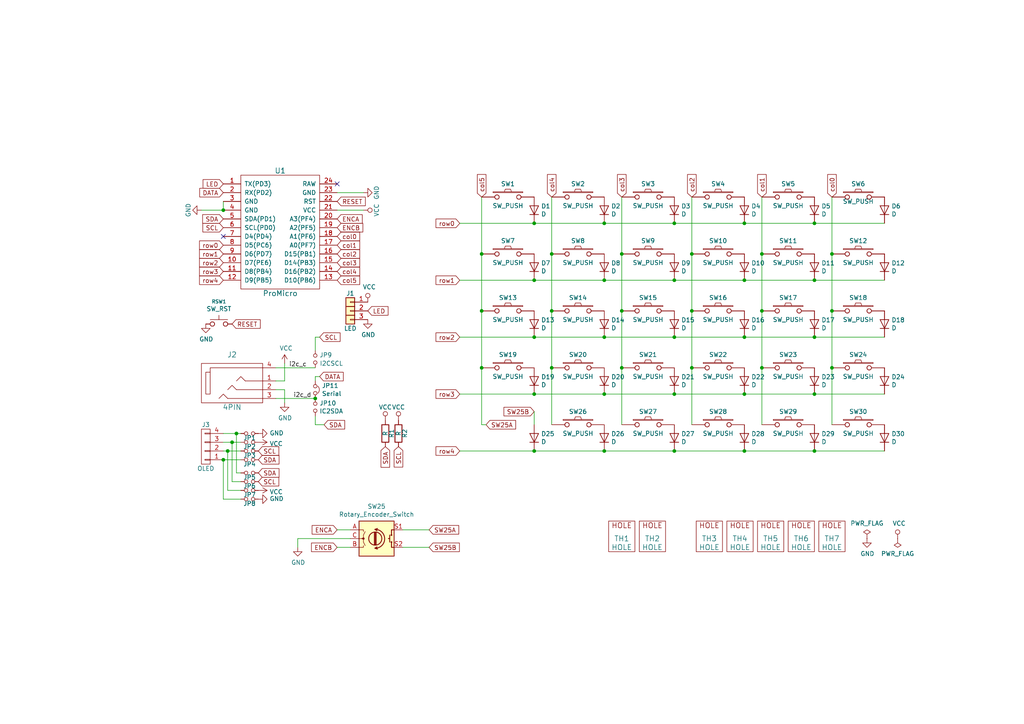
<source format=kicad_sch>
(kicad_sch (version 20230121) (generator eeschema)
  (paper "A4")
  (lib_symbols
    (symbol "SofleKeyboard-rescue:D-Lily58-cache-Lily58_Pro-rescue" (pin_numbers hide) (pin_names (offset 1.016) hide)
      (property "Reference" "D" (at 0 2.54 0))
      (property "Value" "D-Lily58-cache-Lily58_Pro-rescue" (at 0 -2.54 0))
      (symbol "D-Lily58-cache-Lily58_Pro-rescue_1_1"
        (pin passive line (at -3.81 0 0) (length 2.54) (name "K") (number "1"))
        (pin passive line (at 3.81 0 180) (length 2.54) (name "A") (number "2"))
      )
    )
    (symbol "SofleKeyboard-rescue:GND-Lily58-cache-Lily58_Pro-rescue" (power) (pin_names (offset 0))
      (property "Value" "GND-Lily58-cache-Lily58_Pro-rescue" (at 0 -3.81 0))
      (symbol "GND-Lily58-cache-Lily58_Pro-rescue_1_1"
        (pin power_in line (at 0 0 0) (length 0) hide (name "GND") (number "1"))
      )
    )
    (symbol "SofleKeyboard-rescue:HOLE-Lily58-cache-Lily58_Pro-rescue" (pin_names (offset 1.016))
      (property "Reference" "U" (at 0 0 0))
      (property "Value" "HOLE-Lily58-cache-Lily58_Pro-rescue" (at 0 -5.08 0))
      (symbol "HOLE-Lily58-cache-Lily58_Pro-rescue_0_0"
        (text "HOLE" (at 0 3.81 0) (effects (font (size 1.524 1.524))))
      )
    )
    (symbol "SofleKeyboard-rescue:Jumper_NC_Small-Device" (pin_numbers hide) (pin_names (offset 0.762) hide)
      (property "Reference" "JP" (at 0 2.032 0))
      (property "Value" "Device_Jumper_NC_Small" (at 0.254 -1.524 0))
      (symbol "Jumper_NC_Small-Device_0_1"
        (pin passive line (at -2.54 0 0) (length 1.016) (name "1") (number "1"))
        (pin passive line (at 2.54 0 180) (length 1.016) (name "2") (number "2"))
      )
    )
    (symbol "SofleKeyboard-rescue:Jumper_NO_Small-Device" (pin_numbers hide) (pin_names (offset 0.762) hide)
      (property "Reference" "JP" (at 0 2.032 0))
      (property "Value" "Device_Jumper_NO_Small" (at 0.254 -1.524 0))
      (symbol "Jumper_NO_Small-Device_0_1"
        (pin passive line (at -2.54 0 0) (length 1.016) (name "1") (number "1"))
        (pin passive line (at 2.54 0 180) (length 1.016) (name "2") (number "2"))
      )
    )
    (symbol "SofleKeyboard-rescue:LED-Lily58-cache-Lily58_Pro-rescue" (pin_names (offset 1.016) hide)
      (property "Reference" "J" (at 0 5.08 0))
      (property "Value" "LED-Lily58-cache-Lily58_Pro-rescue" (at 0 -5.08 0))
      (symbol "LED-Lily58-cache-Lily58_Pro-rescue_1_1"
        (pin passive line (at 5.08 2.54 180) (length 3.81) (name "Pin_1") (number "1"))
        (pin passive line (at 5.08 0 180) (length 3.81) (name "Pin_2") (number "2"))
        (pin passive line (at 5.08 -2.54 180) (length 3.81) (name "Pin_3") (number "3"))
      )
    )
    (symbol "SofleKeyboard-rescue:MJ-4PP-9-Lily58-cache-Lily58_Pro-rescue" (pin_names (offset 1.016))
      (property "Reference" "J" (at -8.89 -7.62 0))
      (property "Value" "MJ-4PP-9-Lily58-cache-Lily58_Pro-rescue" (at -3.81 6.35 0))
      (symbol "MJ-4PP-9-Lily58-cache-Lily58_Pro-rescue_1_1"
        (pin passive line (at 11.43 0 180) (length 3.81) (name "~") (number "1"))
        (pin passive line (at 11.43 -2.54 180) (length 3.81) (name "~") (number "2"))
        (pin passive line (at 11.43 -5.08 180) (length 3.81) (name "~") (number "3"))
        (pin passive line (at 11.43 3.81 180) (length 3.81) (name "~") (number "4"))
      )
    )
    (symbol "SofleKeyboard-rescue:OLED-Lily58-cache-Lily58_Pro-rescue" (pin_names (offset 1.016) hide)
      (property "Reference" "J" (at 0 6.35 0))
      (property "Value" "OLED-Lily58-cache-Lily58_Pro-rescue" (at 2.54 0 90))
      (symbol "OLED-Lily58-cache-Lily58_Pro-rescue_1_1"
        (pin passive line (at -5.08 3.81 0) (length 3.81) (name "P1") (number "1"))
        (pin passive line (at -5.08 1.27 0) (length 3.81) (name "P2") (number "2"))
        (pin passive line (at -5.08 -1.27 0) (length 3.81) (name "P3") (number "3"))
        (pin passive line (at -5.08 -3.81 0) (length 3.81) (name "P4") (number "4"))
      )
    )
    (symbol "SofleKeyboard-rescue:PWR_FLAG-Lily58-cache-Lily58_Pro-rescue" (power) (pin_numbers hide) (pin_names (offset 0) hide)
      (property "Value" "PWR_FLAG-Lily58-cache-Lily58_Pro-rescue" (at 0 3.81 0))
      (symbol "PWR_FLAG-Lily58-cache-Lily58_Pro-rescue_0_0"
        (pin power_out line (at 0 0 90) (length 0) (name "pwr") (number "1"))
      )
    )
    (symbol "SofleKeyboard-rescue:ProMicro_2-Lily58-cache-Lily58_Pro-rescue" (pin_names (offset 1.016))
      (property "Reference" "U" (at 0 17.78 0))
      (property "Value" "ProMicro_2-Lily58-cache-Lily58_Pro-rescue" (at 0 -17.78 0))
      (symbol "ProMicro_2-Lily58-cache-Lily58_Pro-rescue_1_1"
        (pin input line (at -16.51 13.97 0) (length 5.08) (name "TX(PD3)") (number "1"))
        (pin input line (at -16.51 -8.89 0) (length 5.08) (name "D7(PE6)") (number "10"))
        (pin input line (at -16.51 -11.43 0) (length 5.08) (name "D8(PB4)") (number "11"))
        (pin input line (at -16.51 -13.97 0) (length 5.08) (name "D9(PB5)") (number "12"))
        (pin input line (at 16.51 -13.97 180) (length 5.08) (name "D10(PB6)") (number "13"))
        (pin input line (at 16.51 -11.43 180) (length 5.08) (name "D16(PB2)") (number "14"))
        (pin input line (at 16.51 -8.89 180) (length 5.08) (name "D14(PB3)") (number "15"))
        (pin input line (at 16.51 -6.35 180) (length 5.08) (name "D15(PB1)") (number "16"))
        (pin input line (at 16.51 -3.81 180) (length 5.08) (name "A0(PF7)") (number "17"))
        (pin input line (at 16.51 -1.27 180) (length 5.08) (name "A1(PF6)") (number "18"))
        (pin input line (at 16.51 1.27 180) (length 5.08) (name "A2(PF5)") (number "19"))
        (pin input line (at -16.51 11.43 0) (length 5.08) (name "RX(PD2)") (number "2"))
        (pin input line (at 16.51 3.81 180) (length 5.08) (name "A3(PF4)") (number "20"))
        (pin input line (at 16.51 6.35 180) (length 5.08) (name "VCC") (number "21"))
        (pin input line (at 16.51 8.89 180) (length 5.08) (name "RST") (number "22"))
        (pin input line (at 16.51 11.43 180) (length 5.08) (name "GND") (number "23"))
        (pin input line (at 16.51 13.97 180) (length 5.08) (name "RAW") (number "24"))
        (pin input line (at -16.51 8.89 0) (length 5.08) (name "GND") (number "3"))
        (pin input line (at -16.51 6.35 0) (length 5.08) (name "GND") (number "4"))
        (pin input line (at -16.51 3.81 0) (length 5.08) (name "SDA(PD1)") (number "5"))
        (pin input line (at -16.51 1.27 0) (length 5.08) (name "SCL(PD0)") (number "6"))
        (pin input line (at -16.51 -1.27 0) (length 5.08) (name "D4(PD4)") (number "7"))
        (pin input line (at -16.51 -3.81 0) (length 5.08) (name "D5(PC6)") (number "8"))
        (pin input line (at -16.51 -6.35 0) (length 5.08) (name "D6(PD7)") (number "9"))
      )
    )
    (symbol "SofleKeyboard-rescue:R-Lily58-cache-Lily58_Pro-rescue" (pin_numbers hide) (pin_names (offset 0))
      (property "Reference" "R" (at 0 0 90))
      (property "Value" "R-Lily58-cache-Lily58_Pro-rescue" (at -2.54 0 90))
      (symbol "R-Lily58-cache-Lily58_Pro-rescue_1_1"
        (pin passive line (at 0 3.81 270) (length 1.27) (name "~") (number "1"))
        (pin passive line (at 0 -3.81 90) (length 1.27) (name "~") (number "2"))
      )
    )
    (symbol "SofleKeyboard-rescue:Rotary_Encoder_Switch-Device" (pin_names (offset 0.254) hide)
      (property "Reference" "SW" (at 0 6.604 0))
      (property "Value" "Device_Rotary_Encoder_Switch" (at 0 -6.604 0))
      (symbol "Rotary_Encoder_Switch-Device_1_1"
        (pin passive line (at -7.62 2.54 0) (length 2.54) (name "A") (number "A"))
        (pin passive line (at -7.62 -2.54 0) (length 2.54) (name "B") (number "B"))
        (pin passive line (at -7.62 0 0) (length 2.54) (name "C") (number "C"))
        (pin passive line (at 7.62 2.54 180) (length 2.54) (name "S1") (number "S1"))
        (pin passive line (at 7.62 -2.54 180) (length 2.54) (name "S2") (number "S2"))
      )
    )
    (symbol "SofleKeyboard-rescue:SW_PUSH-Lily58-cache-Lily58_Pro-rescue" (pin_numbers hide) (pin_names (offset 1.016) hide)
      (property "Reference" "SW" (at 3.81 2.794 0))
      (property "Value" "SW_PUSH-Lily58-cache-Lily58_Pro-rescue" (at 0 -2.032 0))
      (symbol "SW_PUSH-Lily58-cache-Lily58_Pro-rescue_0_1"
        (pin passive inverted (at -7.62 0 0) (length 5.08) (name "1") (number "1"))
        (pin passive inverted (at 7.62 0 180) (length 5.08) (name "2") (number "2"))
      )
    )
    (symbol "SofleKeyboard-rescue:SW_RST-Lily58-cache-Lily58_Pro-rescue" (pin_numbers hide) (pin_names (offset 1.016) hide)
      (property "Reference" "RSW" (at 2.54 2.54 0))
      (property "Value" "SW_RST-Lily58-cache-Lily58_Pro-rescue" (at 0 -2.54 0))
      (symbol "SW_RST-Lily58-cache-Lily58_Pro-rescue_0_1"
        (pin passive inverted (at -3.81 0 0) (length 2.54) (name "1") (number "1"))
        (pin passive inverted (at 3.81 0 180) (length 2.54) (name "2") (number "2"))
      )
    )
    (symbol "SofleKeyboard-rescue:VCC-Lily58-cache-Lily58_Pro-rescue" (power) (pin_names (offset 0))
      (property "Value" "VCC-Lily58-cache-Lily58_Pro-rescue" (at 0 3.81 0))
      (symbol "VCC-Lily58-cache-Lily58_Pro-rescue_1_1"
        (pin power_in line (at 0 0 90) (length 0) hide (name "VCC") (number "1"))
      )
    )
    (symbol "power:GND" (power) (pin_names (offset 0))
      (property "Value" "GND" (at 0 -3.81 0))
      (symbol "GND_1_1"
        (pin power_in line (at 0 0 270) (length 0) hide (name "GND") (number "1"))
      )
    )
    (symbol "power:VCC" (power) (pin_names (offset 0))
      (property "Value" "VCC" (at 0 3.81 0))
      (symbol "VCC_1_1"
        (pin power_in line (at 0 0 90) (length 0) hide (name "VCC") (number "1"))
      )
    )
  )
  (junction (at 91.44 115.57))
  (junction (at 215.9 130.81))
  (junction (at 236.22 64.77))
  (junction (at 139.7 106.68))
  (junction (at 175.26 130.81))
  (junction (at 200.66 106.68))
  (junction (at 220.98 73.66))
  (junction (at 68.58 125.73))
  (junction (at 180.34 90.17))
  (junction (at 154.94 130.81))
  (junction (at 160.02 90.17))
  (junction (at 139.7 90.17))
  (junction (at 175.26 114.3))
  (junction (at 215.9 81.28))
  (junction (at 67.31 128.27))
  (junction (at 160.02 73.66))
  (junction (at 241.3 90.17))
  (junction (at 236.22 130.81))
  (junction (at 160.02 106.68))
  (junction (at 195.58 97.79))
  (junction (at 195.58 114.3))
  (junction (at 154.94 81.28))
  (junction (at 236.22 114.3))
  (junction (at 215.9 64.77))
  (junction (at 215.9 97.79))
  (junction (at 64.77 133.35))
  (junction (at 154.94 97.79))
  (junction (at 175.26 81.28))
  (junction (at 200.66 90.17))
  (junction (at 195.58 64.77))
  (junction (at 175.26 97.79))
  (junction (at 180.34 106.68))
  (junction (at 180.34 73.66))
  (junction (at 139.7 73.66))
  (junction (at 154.94 64.77))
  (junction (at 175.26 64.77))
  (junction (at 215.9 114.3))
  (junction (at 195.58 81.28))
  (junction (at 66.04 130.81))
  (junction (at 195.58 130.81))
  (junction (at 200.66 73.66))
  (junction (at 220.98 90.17))
  (junction (at 236.22 97.79))
  (junction (at 241.3 106.68))
  (junction (at 154.94 114.3))
  (junction (at 241.3 73.66))
  (junction (at 236.22 81.28))
  (junction (at 220.98 106.68))
  (junction (at 64.77 60.96))
  (no_connect (at 64.77 68.58))
  (no_connect (at 97.79 53.34))
  (wire (pts (xy 80.01 115.57) (xy 91.44 115.57)))
  (wire (pts (xy 160.02 57.15) (xy 160.02 73.66)))
  (wire (pts (xy 66.04 130.81) (xy 66.04 142.24)))
  (wire (pts (xy 64.77 128.27) (xy 67.31 128.27)))
  (wire (pts (xy 200.66 90.17) (xy 200.66 106.68)))
  (wire (pts (xy 66.04 130.81) (xy 69.85 130.81)))
  (wire (pts (xy 133.35 130.81) (xy 154.94 130.81)))
  (wire (pts (xy 116.84 153.67) (xy 124.46 153.67)))
  (wire (pts (xy 180.34 73.66) (xy 180.34 90.17)))
  (wire (pts (xy 139.7 106.68) (xy 139.7 123.19)))
  (wire (pts (xy 180.34 57.15) (xy 180.34 73.66)))
  (wire (pts (xy 215.9 130.81) (xy 236.22 130.81)))
  (wire (pts (xy 175.26 64.77) (xy 154.94 64.77)))
  (wire (pts (xy 220.98 57.15) (xy 220.98 73.66)))
  (wire (pts (xy 91.44 97.79) (xy 91.44 101.6)))
  (wire (pts (xy 67.31 128.27) (xy 69.85 128.27)))
  (wire (pts (xy 139.7 73.66) (xy 139.7 90.17)))
  (wire (pts (xy 175.26 81.28) (xy 195.58 81.28)))
  (wire (pts (xy 139.7 123.19) (xy 140.97 123.19)))
  (wire (pts (xy 154.94 119.38) (xy 154.94 123.19)))
  (wire (pts (xy 91.44 120.65) (xy 91.44 123.19)))
  (wire (pts (xy 82.55 110.49) (xy 80.01 110.49)))
  (wire (pts (xy 154.94 81.28) (xy 133.35 81.28)))
  (wire (pts (xy 200.66 73.66) (xy 200.66 90.17)))
  (wire (pts (xy 160.02 73.66) (xy 160.02 90.17)))
  (wire (pts (xy 64.77 144.78) (xy 69.85 144.78)))
  (wire (pts (xy 175.26 114.3) (xy 195.58 114.3)))
  (wire (pts (xy 195.58 130.81) (xy 215.9 130.81)))
  (wire (pts (xy 139.7 57.15) (xy 139.7 73.66)))
  (wire (pts (xy 236.22 64.77) (xy 256.54 64.77)))
  (wire (pts (xy 67.31 139.7) (xy 69.85 139.7)))
  (wire (pts (xy 154.94 114.3) (xy 133.35 114.3)))
  (wire (pts (xy 241.3 90.17) (xy 241.3 106.68)))
  (wire (pts (xy 69.85 133.35) (xy 64.77 133.35)))
  (wire (pts (xy 160.02 90.17) (xy 160.02 106.68)))
  (wire (pts (xy 200.66 57.15) (xy 200.66 73.66)))
  (wire (pts (xy 68.58 125.73) (xy 69.85 125.73)))
  (wire (pts (xy 195.58 97.79) (xy 215.9 97.79)))
  (wire (pts (xy 241.3 73.66) (xy 241.3 57.15)))
  (wire (pts (xy 175.26 81.28) (xy 154.94 81.28)))
  (wire (pts (xy 68.58 125.73) (xy 68.58 137.16)))
  (wire (pts (xy 154.94 130.81) (xy 175.26 130.81)))
  (wire (pts (xy 215.9 81.28) (xy 236.22 81.28)))
  (wire (pts (xy 175.26 130.81) (xy 195.58 130.81)))
  (wire (pts (xy 91.44 109.22) (xy 92.71 109.22)))
  (wire (pts (xy 64.77 60.96) (xy 58.42 60.96)))
  (wire (pts (xy 215.9 97.79) (xy 236.22 97.79)))
  (wire (pts (xy 195.58 114.3) (xy 215.9 114.3)))
  (wire (pts (xy 220.98 106.68) (xy 220.98 123.19)))
  (wire (pts (xy 236.22 130.81) (xy 256.54 130.81)))
  (wire (pts (xy 64.77 125.73) (xy 68.58 125.73)))
  (wire (pts (xy 175.26 64.77) (xy 195.58 64.77)))
  (wire (pts (xy 154.94 97.79) (xy 133.35 97.79)))
  (wire (pts (xy 64.77 130.81) (xy 66.04 130.81)))
  (wire (pts (xy 175.26 97.79) (xy 154.94 97.79)))
  (wire (pts (xy 68.58 137.16) (xy 69.85 137.16)))
  (wire (pts (xy 236.22 81.28) (xy 256.54 81.28)))
  (wire (pts (xy 241.3 106.68) (xy 241.3 123.19)))
  (wire (pts (xy 236.22 64.77) (xy 215.9 64.77)))
  (wire (pts (xy 160.02 106.68) (xy 160.02 123.19)))
  (wire (pts (xy 97.79 60.96) (xy 105.41 60.96)))
  (wire (pts (xy 97.79 158.75) (xy 101.6 158.75)))
  (wire (pts (xy 64.77 58.42) (xy 64.77 60.96)))
  (wire (pts (xy 97.79 153.67) (xy 101.6 153.67)))
  (wire (pts (xy 67.31 128.27) (xy 67.31 139.7)))
  (wire (pts (xy 80.01 106.68) (xy 91.44 106.68)))
  (wire (pts (xy 91.44 123.19) (xy 93.98 123.19)))
  (wire (pts (xy 80.01 113.03) (xy 82.55 113.03)))
  (wire (pts (xy 101.6 156.21) (xy 86.36 156.21)))
  (wire (pts (xy 91.44 110.49) (xy 91.44 109.22)))
  (wire (pts (xy 180.34 90.17) (xy 180.34 106.68)))
  (wire (pts (xy 215.9 114.3) (xy 236.22 114.3)))
  (wire (pts (xy 236.22 97.79) (xy 256.54 97.79)))
  (wire (pts (xy 236.22 114.3) (xy 256.54 114.3)))
  (wire (pts (xy 97.79 55.88) (xy 105.41 55.88)))
  (wire (pts (xy 139.7 90.17) (xy 139.7 106.68)))
  (wire (pts (xy 195.58 64.77) (xy 215.9 64.77)))
  (wire (pts (xy 91.44 97.79) (xy 92.71 97.79)))
  (wire (pts (xy 64.77 133.35) (xy 64.77 144.78)))
  (wire (pts (xy 200.66 106.68) (xy 200.66 123.19)))
  (wire (pts (xy 116.84 158.75) (xy 124.46 158.75)))
  (wire (pts (xy 86.36 156.21) (xy 86.36 158.75)))
  (wire (pts (xy 241.3 90.17) (xy 241.3 73.66)))
  (wire (pts (xy 220.98 106.68) (xy 220.98 90.17)))
  (wire (pts (xy 175.26 114.3) (xy 154.94 114.3)))
  (wire (pts (xy 66.04 142.24) (xy 69.85 142.24)))
  (wire (pts (xy 180.34 106.68) (xy 180.34 123.19)))
  (wire (pts (xy 154.94 64.77) (xy 133.35 64.77)))
  (wire (pts (xy 175.26 97.79) (xy 195.58 97.79)))
  (wire (pts (xy 220.98 73.66) (xy 220.98 90.17)))
  (wire (pts (xy 82.55 105.41) (xy 82.55 110.49)))
  (wire (pts (xy 195.58 81.28) (xy 215.9 81.28)))
  (wire (pts (xy 82.55 113.03) (xy 82.55 116.84)))
  (label "i2c_d" (at 85.09 115.57 0))
  (label "i2c_c" (at 83.82 106.68 0))
  (global_label "SCL" (shape input) (at 64.77 66.04 180) (property "Intersheetrefs" "${INTERSHEET_REFS}" (effects hide)))
  (global_label "row0" (shape input) (at 64.77 71.12 180) (property "Intersheetrefs" "${INTERSHEET_REFS}" (effects hide)))
  (global_label "col3" (shape input) (at 97.79 76.2 0) (property "Intersheetrefs" "${INTERSHEET_REFS}" (effects hide)))
  (global_label "SCL" (shape input) (at 92.71 97.79 0) (property "Intersheetrefs" "${INTERSHEET_REFS}" (effects hide)))
  (global_label "ENCB" (shape input) (at 97.79 158.75 180) (property "Intersheetrefs" "${INTERSHEET_REFS}" (effects hide)))
  (global_label "SDA" (shape input) (at 93.98 123.19 0) (property "Intersheetrefs" "${INTERSHEET_REFS}" (effects hide)))
  (global_label "SCL" (shape input) (at 74.93 130.81 0) (property "Intersheetrefs" "${INTERSHEET_REFS}" (effects hide)))
  (global_label "ENCA" (shape input) (at 97.79 63.5 0) (property "Intersheetrefs" "${INTERSHEET_REFS}" (effects hide)))
  (global_label "col4" (shape input) (at 160.02 57.15 90) (property "Intersheetrefs" "${INTERSHEET_REFS}" (effects hide)))
  (global_label "SW25A" (shape input) (at 124.46 153.67 0) (property "Intersheetrefs" "${INTERSHEET_REFS}" (effects hide)))
  (global_label "col2" (shape input) (at 97.79 73.66 0) (property "Intersheetrefs" "${INTERSHEET_REFS}" (effects hide)))
  (global_label "row1" (shape input) (at 64.77 73.66 180) (property "Intersheetrefs" "${INTERSHEET_REFS}" (effects hide)))
  (global_label "row2" (shape input) (at 64.77 76.2 180) (property "Intersheetrefs" "${INTERSHEET_REFS}" (effects hide)))
  (global_label "SDA" (shape input) (at 74.93 137.16 0) (property "Intersheetrefs" "${INTERSHEET_REFS}" (effects hide)))
  (global_label "SDA" (shape input) (at 74.93 133.35 0) (property "Intersheetrefs" "${INTERSHEET_REFS}" (effects hide)))
  (global_label "SDA" (shape input) (at 111.76 129.54 270) (property "Intersheetrefs" "${INTERSHEET_REFS}" (effects hide)))
  (global_label "col0" (shape input) (at 241.3 57.15 90) (property "Intersheetrefs" "${INTERSHEET_REFS}" (effects hide)))
  (global_label "DATA" (shape input) (at 92.71 109.22 0) (property "Intersheetrefs" "${INTERSHEET_REFS}" (effects hide)))
  (global_label "row4" (shape input) (at 64.77 81.28 180) (property "Intersheetrefs" "${INTERSHEET_REFS}" (effects hide)))
  (global_label "col5" (shape input) (at 139.7 57.15 90) (property "Intersheetrefs" "${INTERSHEET_REFS}" (effects hide)))
  (global_label "DATA" (shape input) (at 64.77 55.88 180) (property "Intersheetrefs" "${INTERSHEET_REFS}" (effects hide)))
  (global_label "LED" (shape input) (at 64.77 53.34 180) (property "Intersheetrefs" "${INTERSHEET_REFS}" (effects hide)))
  (global_label "LED" (shape input) (at 106.68 90.17 0) (property "Intersheetrefs" "${INTERSHEET_REFS}" (effects hide)))
  (global_label "RESET" (shape input) (at 97.79 58.42 0) (property "Intersheetrefs" "${INTERSHEET_REFS}" (effects hide)))
  (global_label "SW25B" (shape input) (at 154.94 119.38 180) (property "Intersheetrefs" "${INTERSHEET_REFS}" (effects hide)))
  (global_label "SCL" (shape input) (at 74.93 139.7 0) (property "Intersheetrefs" "${INTERSHEET_REFS}" (effects hide)))
  (global_label "SCL" (shape input) (at 115.57 129.54 270) (property "Intersheetrefs" "${INTERSHEET_REFS}" (effects hide)))
  (global_label "row0" (shape input) (at 133.35 64.77 180) (property "Intersheetrefs" "${INTERSHEET_REFS}" (effects hide)))
  (global_label "RESET" (shape input) (at 67.31 93.98 0) (property "Intersheetrefs" "${INTERSHEET_REFS}" (effects hide)))
  (global_label "ENCB" (shape input) (at 97.79 66.04 0) (property "Intersheetrefs" "${INTERSHEET_REFS}" (effects hide)))
  (global_label "col1" (shape input) (at 97.79 71.12 0) (property "Intersheetrefs" "${INTERSHEET_REFS}" (effects hide)))
  (global_label "SDA" (shape input) (at 64.77 63.5 180) (property "Intersheetrefs" "${INTERSHEET_REFS}" (effects hide)))
  (global_label "row3" (shape input) (at 133.35 114.3 180) (property "Intersheetrefs" "${INTERSHEET_REFS}" (effects hide)))
  (global_label "ENCA" (shape input) (at 97.79 153.67 180) (property "Intersheetrefs" "${INTERSHEET_REFS}" (effects hide)))
  (global_label "row4" (shape input) (at 133.35 130.81 180) (property "Intersheetrefs" "${INTERSHEET_REFS}" (effects hide)))
  (global_label "col2" (shape input) (at 200.66 57.15 90) (property "Intersheetrefs" "${INTERSHEET_REFS}" (effects hide)))
  (global_label "row3" (shape input) (at 64.77 78.74 180) (property "Intersheetrefs" "${INTERSHEET_REFS}" (effects hide)))
  (global_label "row2" (shape input) (at 133.35 97.79 180) (property "Intersheetrefs" "${INTERSHEET_REFS}" (effects hide)))
  (global_label "col3" (shape input) (at 180.34 57.15 90) (property "Intersheetrefs" "${INTERSHEET_REFS}" (effects hide)))
  (global_label "col4" (shape input) (at 97.79 78.74 0) (property "Intersheetrefs" "${INTERSHEET_REFS}" (effects hide)))
  (global_label "row1" (shape input) (at 133.35 81.28 180) (property "Intersheetrefs" "${INTERSHEET_REFS}" (effects hide)))
  (global_label "col5" (shape input) (at 97.79 81.28 0) (property "Intersheetrefs" "${INTERSHEET_REFS}" (effects hide)))
  (global_label "SW25A" (shape input) (at 140.97 123.19 0) (property "Intersheetrefs" "${INTERSHEET_REFS}" (effects hide)))
  (global_label "SW25B" (shape input) (at 124.46 158.75 0) (property "Intersheetrefs" "${INTERSHEET_REFS}" (effects hide)))
  (global_label "col0" (shape input) (at 97.79 68.58 0) (property "Intersheetrefs" "${INTERSHEET_REFS}" (effects hide)))
  (global_label "col1" (shape input) (at 220.98 57.15 90) (property "Intersheetrefs" "${INTERSHEET_REFS}" (effects hide)))
  (symbol (lib_id "SofleKeyboard-rescue:ProMicro_2-Lily58-cache-Lily58_Pro-rescue") (at 81.28 67.31 0) (unit 1)
    (property "Reference" "U1" (at 81.28 49.53 0) (effects (font (size 1.524 1.524))))
    (property "Value" "ProMicro" (at 81.28 85.09 0) (effects (font (size 1.524 1.524))))
    (property "Footprint" "SofleKeyboard-footprint:ArduinoProMicro-ZigZag-DoubleSided" (effects hide))
  )
  (symbol (lib_id "SofleKeyboard-rescue:SW_PUSH-Lily58-cache-Lily58_Pro-rescue") (at 167.64 123.19 0) (unit 1)
    (property "Reference" "SW26" (at 167.64 119.38 0))
    (property "Value" "SW_PUSH" (at 167.64 125.73 0))
    (property "Footprint" "SofleKeyboard-footprint:CherryMX_Hotswap_1.5" (effects hide))
  )
  (symbol (lib_id "SofleKeyboard-rescue:SW_PUSH-Lily58-cache-Lily58_Pro-rescue") (at 147.32 57.15 0) (unit 1)
    (property "Reference" "SW1" (at 147.32 53.34 0))
    (property "Value" "SW_PUSH" (at 147.32 59.69 0))
    (property "Footprint" "SofleKeyboard-footprint:CherryMX_Hotswap" (effects hide))
  )
  (symbol (lib_id "SofleKeyboard-rescue:D-Lily58-cache-Lily58_Pro-rescue") (at 154.94 60.96 90) (unit 1)
    (property "Reference" "D1" (at 156.9466 59.7916 90) (effects (justify right)))
    (property "Value" "D" (at 156.9466 62.103 90) (effects (justify right)))
    (property "Footprint" "SofleKeyboard-footprint:Diode_SOD123" (effects hide))
  )
  (symbol (lib_id "SofleKeyboard-rescue:SW_PUSH-Lily58-cache-Lily58_Pro-rescue") (at 167.64 57.15 0) (unit 1)
    (property "Reference" "SW2" (at 167.64 53.34 0))
    (property "Value" "SW_PUSH" (at 167.64 59.69 0))
    (property "Footprint" "SofleKeyboard-footprint:CherryMX_Hotswap" (effects hide))
  )
  (symbol (lib_id "SofleKeyboard-rescue:D-Lily58-cache-Lily58_Pro-rescue") (at 175.26 60.96 90) (unit 1)
    (property "Reference" "D2" (at 177.2666 59.7916 90) (effects (justify right)))
    (property "Value" "D" (at 177.2666 62.103 90) (effects (justify right)))
    (property "Footprint" "SofleKeyboard-footprint:Diode_SOD123" (effects hide))
  )
  (symbol (lib_id "SofleKeyboard-rescue:SW_PUSH-Lily58-cache-Lily58_Pro-rescue") (at 187.96 57.15 0) (unit 1)
    (property "Reference" "SW3" (at 187.96 53.34 0))
    (property "Value" "SW_PUSH" (at 187.96 59.69 0))
    (property "Footprint" "SofleKeyboard-footprint:CherryMX_Hotswap" (effects hide))
  )
  (symbol (lib_id "SofleKeyboard-rescue:D-Lily58-cache-Lily58_Pro-rescue") (at 195.58 60.96 90) (unit 1)
    (property "Reference" "D3" (at 197.5866 59.7916 90) (effects (justify right)))
    (property "Value" "D" (at 197.5866 62.103 90) (effects (justify right)))
    (property "Footprint" "SofleKeyboard-footprint:Diode_SOD123" (effects hide))
  )
  (symbol (lib_id "SofleKeyboard-rescue:SW_PUSH-Lily58-cache-Lily58_Pro-rescue") (at 208.28 57.15 0) (unit 1)
    (property "Reference" "SW4" (at 208.28 53.34 0))
    (property "Value" "SW_PUSH" (at 208.28 59.69 0))
    (property "Footprint" "SofleKeyboard-footprint:CherryMX_Hotswap" (effects hide))
  )
  (symbol (lib_id "SofleKeyboard-rescue:D-Lily58-cache-Lily58_Pro-rescue") (at 215.9 60.96 90) (unit 1)
    (property "Reference" "D4" (at 217.9066 59.7916 90) (effects (justify right)))
    (property "Value" "D" (at 217.9066 62.103 90) (effects (justify right)))
    (property "Footprint" "SofleKeyboard-footprint:Diode_SOD123" (effects hide))
  )
  (symbol (lib_id "SofleKeyboard-rescue:SW_PUSH-Lily58-cache-Lily58_Pro-rescue") (at 228.6 57.15 0) (unit 1)
    (property "Reference" "SW5" (at 228.6 53.34 0))
    (property "Value" "SW_PUSH" (at 228.6 59.69 0))
    (property "Footprint" "SofleKeyboard-footprint:CherryMX_Hotswap" (effects hide))
  )
  (symbol (lib_id "SofleKeyboard-rescue:D-Lily58-cache-Lily58_Pro-rescue") (at 236.22 60.96 90) (unit 1)
    (property "Reference" "D5" (at 238.2266 59.7916 90) (effects (justify right)))
    (property "Value" "D" (at 238.2266 62.103 90) (effects (justify right)))
    (property "Footprint" "SofleKeyboard-footprint:Diode_SOD123" (effects hide))
  )
  (symbol (lib_id "SofleKeyboard-rescue:SW_PUSH-Lily58-cache-Lily58_Pro-rescue") (at 248.92 57.15 0) (unit 1)
    (property "Reference" "SW6" (at 248.92 53.34 0))
    (property "Value" "SW_PUSH" (at 248.92 58.42 0))
    (property "Footprint" "SofleKeyboard-footprint:CherryMX_Hotswap" (effects hide))
  )
  (symbol (lib_id "SofleKeyboard-rescue:D-Lily58-cache-Lily58_Pro-rescue") (at 256.54 60.96 90) (unit 1)
    (property "Reference" "D6" (at 258.5466 59.7916 90) (effects (justify right)))
    (property "Value" "D" (at 258.5466 62.103 90) (effects (justify right)))
    (property "Footprint" "SofleKeyboard-footprint:Diode_SOD123" (effects hide))
  )
  (symbol (lib_id "SofleKeyboard-rescue:SW_PUSH-Lily58-cache-Lily58_Pro-rescue") (at 167.64 73.66 0) (unit 1)
    (property "Reference" "SW8" (at 167.64 69.85 0))
    (property "Value" "SW_PUSH" (at 167.64 76.2 0))
    (property "Footprint" "SofleKeyboard-footprint:CherryMX_Hotswap" (effects hide))
  )
  (symbol (lib_id "SofleKeyboard-rescue:SW_PUSH-Lily58-cache-Lily58_Pro-rescue") (at 187.96 73.66 0) (unit 1)
    (property "Reference" "SW9" (at 187.96 69.85 0))
    (property "Value" "SW_PUSH" (at 187.96 76.2 0))
    (property "Footprint" "SofleKeyboard-footprint:CherryMX_Hotswap" (effects hide))
  )
  (symbol (lib_id "SofleKeyboard-rescue:SW_PUSH-Lily58-cache-Lily58_Pro-rescue") (at 208.28 73.66 0) (unit 1)
    (property "Reference" "SW10" (at 208.28 69.85 0))
    (property "Value" "SW_PUSH" (at 208.28 76.2 0))
    (property "Footprint" "SofleKeyboard-footprint:CherryMX_Hotswap" (effects hide))
  )
  (symbol (lib_id "SofleKeyboard-rescue:SW_PUSH-Lily58-cache-Lily58_Pro-rescue") (at 228.6 73.66 0) (unit 1)
    (property "Reference" "SW11" (at 228.6 69.85 0))
    (property "Value" "SW_PUSH" (at 228.6 76.2 0))
    (property "Footprint" "SofleKeyboard-footprint:CherryMX_Hotswap" (effects hide))
  )
  (symbol (lib_id "SofleKeyboard-rescue:SW_PUSH-Lily58-cache-Lily58_Pro-rescue") (at 248.92 73.66 0) (unit 1)
    (property "Reference" "SW12" (at 248.92 69.85 0))
    (property "Value" "SW_PUSH" (at 248.92 76.2 0))
    (property "Footprint" "SofleKeyboard-footprint:CherryMX_Hotswap" (effects hide))
  )
  (symbol (lib_id "SofleKeyboard-rescue:SW_PUSH-Lily58-cache-Lily58_Pro-rescue") (at 147.32 73.66 0) (unit 1)
    (property "Reference" "SW7" (at 147.32 69.85 0))
    (property "Value" "SW_PUSH" (at 147.32 76.2 0))
    (property "Footprint" "SofleKeyboard-footprint:CherryMX_Hotswap" (effects hide))
  )
  (symbol (lib_id "SofleKeyboard-rescue:D-Lily58-cache-Lily58_Pro-rescue") (at 154.94 77.47 90) (unit 1)
    (property "Reference" "D7" (at 156.9466 76.3016 90) (effects (justify right)))
    (property "Value" "D" (at 156.9466 78.613 90) (effects (justify right)))
    (property "Footprint" "SofleKeyboard-footprint:Diode_SOD123" (effects hide))
  )
  (symbol (lib_id "SofleKeyboard-rescue:D-Lily58-cache-Lily58_Pro-rescue") (at 175.26 77.47 90) (unit 1)
    (property "Reference" "D8" (at 177.2666 76.3016 90) (effects (justify right)))
    (property "Value" "D" (at 177.2666 78.613 90) (effects (justify right)))
    (property "Footprint" "SofleKeyboard-footprint:Diode_SOD123" (effects hide))
  )
  (symbol (lib_id "SofleKeyboard-rescue:D-Lily58-cache-Lily58_Pro-rescue") (at 195.58 77.47 90) (unit 1)
    (property "Reference" "D9" (at 197.5866 76.3016 90) (effects (justify right)))
    (property "Value" "D" (at 197.5866 78.613 90) (effects (justify right)))
    (property "Footprint" "SofleKeyboard-footprint:Diode_SOD123" (effects hide))
  )
  (symbol (lib_id "SofleKeyboard-rescue:D-Lily58-cache-Lily58_Pro-rescue") (at 215.9 77.47 90) (unit 1)
    (property "Reference" "D10" (at 217.9066 76.3016 90) (effects (justify right)))
    (property "Value" "D" (at 217.9066 78.613 90) (effects (justify right)))
    (property "Footprint" "SofleKeyboard-footprint:Diode_SOD123" (effects hide))
  )
  (symbol (lib_id "SofleKeyboard-rescue:D-Lily58-cache-Lily58_Pro-rescue") (at 236.22 77.47 90) (unit 1)
    (property "Reference" "D11" (at 238.2266 76.3016 90) (effects (justify right)))
    (property "Value" "D" (at 238.2266 78.613 90) (effects (justify right)))
    (property "Footprint" "SofleKeyboard-footprint:Diode_SOD123" (effects hide))
  )
  (symbol (lib_id "SofleKeyboard-rescue:D-Lily58-cache-Lily58_Pro-rescue") (at 256.54 77.47 90) (unit 1)
    (property "Reference" "D12" (at 258.5466 76.3016 90) (effects (justify right)))
    (property "Value" "D" (at 258.5466 78.613 90) (effects (justify right)))
    (property "Footprint" "SofleKeyboard-footprint:Diode_SOD123" (effects hide))
  )
  (symbol (lib_id "SofleKeyboard-rescue:SW_PUSH-Lily58-cache-Lily58_Pro-rescue") (at 147.32 90.17 0) (unit 1)
    (property "Reference" "SW13" (at 147.32 86.36 0))
    (property "Value" "SW_PUSH" (at 147.32 92.71 0))
    (property "Footprint" "SofleKeyboard-footprint:CherryMX_Hotswap" (effects hide))
  )
  (symbol (lib_id "SofleKeyboard-rescue:SW_PUSH-Lily58-cache-Lily58_Pro-rescue") (at 167.64 90.17 0) (unit 1)
    (property "Reference" "SW14" (at 167.64 86.36 0))
    (property "Value" "SW_PUSH" (at 167.64 92.71 0))
    (property "Footprint" "SofleKeyboard-footprint:CherryMX_Hotswap" (effects hide))
  )
  (symbol (lib_id "SofleKeyboard-rescue:SW_PUSH-Lily58-cache-Lily58_Pro-rescue") (at 187.96 90.17 0) (unit 1)
    (property "Reference" "SW15" (at 187.96 86.36 0))
    (property "Value" "SW_PUSH" (at 187.96 92.71 0))
    (property "Footprint" "SofleKeyboard-footprint:CherryMX_Hotswap" (effects hide))
  )
  (symbol (lib_id "SofleKeyboard-rescue:SW_PUSH-Lily58-cache-Lily58_Pro-rescue") (at 208.28 90.17 0) (unit 1)
    (property "Reference" "SW16" (at 208.28 86.36 0))
    (property "Value" "SW_PUSH" (at 208.28 92.71 0))
    (property "Footprint" "SofleKeyboard-footprint:CherryMX_Hotswap" (effects hide))
  )
  (symbol (lib_id "SofleKeyboard-rescue:SW_PUSH-Lily58-cache-Lily58_Pro-rescue") (at 228.6 90.17 0) (unit 1)
    (property "Reference" "SW17" (at 228.6 86.36 0))
    (property "Value" "SW_PUSH" (at 228.6 92.71 0))
    (property "Footprint" "SofleKeyboard-footprint:CherryMX_Hotswap" (effects hide))
  )
  (symbol (lib_id "SofleKeyboard-rescue:SW_PUSH-Lily58-cache-Lily58_Pro-rescue") (at 248.92 90.17 0) (unit 1)
    (property "Reference" "SW18" (at 248.92 86.36 0))
    (property "Value" "SW_PUSH" (at 248.92 92.71 0))
    (property "Footprint" "SofleKeyboard-footprint:CherryMX_Hotswap" (effects hide))
  )
  (symbol (lib_id "SofleKeyboard-rescue:D-Lily58-cache-Lily58_Pro-rescue") (at 154.94 93.98 90) (unit 1)
    (property "Reference" "D13" (at 156.9466 92.8116 90) (effects (justify right)))
    (property "Value" "D" (at 156.9466 95.123 90) (effects (justify right)))
    (property "Footprint" "SofleKeyboard-footprint:Diode_SOD123" (effects hide))
  )
  (symbol (lib_id "SofleKeyboard-rescue:D-Lily58-cache-Lily58_Pro-rescue") (at 175.26 93.98 90) (unit 1)
    (property "Reference" "D14" (at 177.2666 92.8116 90) (effects (justify right)))
    (property "Value" "D" (at 177.2666 95.123 90) (effects (justify right)))
    (property "Footprint" "SofleKeyboard-footprint:Diode_SOD123" (effects hide))
  )
  (symbol (lib_id "SofleKeyboard-rescue:D-Lily58-cache-Lily58_Pro-rescue") (at 195.58 93.98 90) (unit 1)
    (property "Reference" "D15" (at 197.5866 92.8116 90) (effects (justify right)))
    (property "Value" "D" (at 197.5866 95.123 90) (effects (justify right)))
    (property "Footprint" "SofleKeyboard-footprint:Diode_SOD123" (effects hide))
  )
  (symbol (lib_id "SofleKeyboard-rescue:D-Lily58-cache-Lily58_Pro-rescue") (at 215.9 93.98 90) (unit 1)
    (property "Reference" "D16" (at 217.9066 92.8116 90) (effects (justify right)))
    (property "Value" "D" (at 217.9066 95.123 90) (effects (justify right)))
    (property "Footprint" "SofleKeyboard-footprint:Diode_SOD123" (effects hide))
  )
  (symbol (lib_id "SofleKeyboard-rescue:D-Lily58-cache-Lily58_Pro-rescue") (at 236.22 93.98 90) (unit 1)
    (property "Reference" "D17" (at 238.2266 92.8116 90) (effects (justify right)))
    (property "Value" "D" (at 238.2266 95.123 90) (effects (justify right)))
    (property "Footprint" "SofleKeyboard-footprint:Diode_SOD123" (effects hide))
  )
  (symbol (lib_id "SofleKeyboard-rescue:D-Lily58-cache-Lily58_Pro-rescue") (at 256.54 93.98 90) (unit 1)
    (property "Reference" "D18" (at 258.5466 92.8116 90) (effects (justify right)))
    (property "Value" "D" (at 258.5466 95.123 90) (effects (justify right)))
    (property "Footprint" "SofleKeyboard-footprint:Diode_SOD123" (effects hide))
  )
  (symbol (lib_id "SofleKeyboard-rescue:SW_PUSH-Lily58-cache-Lily58_Pro-rescue") (at 187.96 106.68 0) (unit 1)
    (property "Reference" "SW21" (at 187.96 102.87 0))
    (property "Value" "SW_PUSH" (at 187.96 109.22 0))
    (property "Footprint" "SofleKeyboard-footprint:CherryMX_Hotswap" (effects hide))
  )
  (symbol (lib_id "SofleKeyboard-rescue:SW_PUSH-Lily58-cache-Lily58_Pro-rescue") (at 208.28 106.68 0) (unit 1)
    (property "Reference" "SW22" (at 208.28 102.87 0))
    (property "Value" "SW_PUSH" (at 208.28 109.22 0))
    (property "Footprint" "SofleKeyboard-footprint:CherryMX_Hotswap" (effects hide))
  )
  (symbol (lib_id "SofleKeyboard-rescue:SW_PUSH-Lily58-cache-Lily58_Pro-rescue") (at 228.6 106.68 0) (unit 1)
    (property "Reference" "SW23" (at 228.6 102.87 0))
    (property "Value" "SW_PUSH" (at 228.6 109.22 0))
    (property "Footprint" "SofleKeyboard-footprint:CherryMX_Hotswap" (effects hide))
  )
  (symbol (lib_id "SofleKeyboard-rescue:SW_PUSH-Lily58-cache-Lily58_Pro-rescue") (at 248.92 106.68 0) (unit 1)
    (property "Reference" "SW24" (at 248.92 102.87 0))
    (property "Value" "SW_PUSH" (at 248.92 109.22 0))
    (property "Footprint" "SofleKeyboard-footprint:CherryMX_Hotswap" (effects hide))
  )
  (symbol (lib_id "SofleKeyboard-rescue:SW_PUSH-Lily58-cache-Lily58_Pro-rescue") (at 167.64 106.68 0) (unit 1)
    (property "Reference" "SW20" (at 167.64 102.87 0))
    (property "Value" "SW_PUSH" (at 167.64 109.22 0))
    (property "Footprint" "SofleKeyboard-footprint:CherryMX_Hotswap" (effects hide))
  )
  (symbol (lib_id "SofleKeyboard-rescue:SW_PUSH-Lily58-cache-Lily58_Pro-rescue") (at 147.32 106.68 0) (unit 1)
    (property "Reference" "SW19" (at 147.32 102.87 0))
    (property "Value" "SW_PUSH" (at 147.32 109.22 0))
    (property "Footprint" "SofleKeyboard-footprint:CherryMX_Hotswap" (effects hide))
  )
  (symbol (lib_id "SofleKeyboard-rescue:D-Lily58-cache-Lily58_Pro-rescue") (at 154.94 110.49 90) (unit 1)
    (property "Reference" "D19" (at 156.9466 109.3216 90) (effects (justify right)))
    (property "Value" "D" (at 156.9466 111.633 90) (effects (justify right)))
    (property "Footprint" "SofleKeyboard-footprint:Diode_SOD123" (effects hide))
  )
  (symbol (lib_id "SofleKeyboard-rescue:D-Lily58-cache-Lily58_Pro-rescue") (at 175.26 110.49 90) (unit 1)
    (property "Reference" "D20" (at 177.2666 109.3216 90) (effects (justify right)))
    (property "Value" "D" (at 177.2666 111.633 90) (effects (justify right)))
    (property "Footprint" "SofleKeyboard-footprint:Diode_SOD123" (effects hide))
  )
  (symbol (lib_id "SofleKeyboard-rescue:D-Lily58-cache-Lily58_Pro-rescue") (at 195.58 110.49 90) (unit 1)
    (property "Reference" "D21" (at 197.5866 109.3216 90) (effects (justify right)))
    (property "Value" "D" (at 197.5866 111.633 90) (effects (justify right)))
    (property "Footprint" "SofleKeyboard-footprint:Diode_SOD123" (effects hide))
  )
  (symbol (lib_id "SofleKeyboard-rescue:D-Lily58-cache-Lily58_Pro-rescue") (at 215.9 110.49 90) (unit 1)
    (property "Reference" "D22" (at 217.9066 109.3216 90) (effects (justify right)))
    (property "Value" "D" (at 217.9066 111.633 90) (effects (justify right)))
    (property "Footprint" "SofleKeyboard-footprint:Diode_SOD123" (effects hide))
  )
  (symbol (lib_id "SofleKeyboard-rescue:D-Lily58-cache-Lily58_Pro-rescue") (at 236.22 110.49 90) (unit 1)
    (property "Reference" "D23" (at 238.2266 109.3216 90) (effects (justify right)))
    (property "Value" "D" (at 238.2266 111.633 90) (effects (justify right)))
    (property "Footprint" "SofleKeyboard-footprint:Diode_SOD123" (effects hide))
  )
  (symbol (lib_id "SofleKeyboard-rescue:D-Lily58-cache-Lily58_Pro-rescue") (at 256.54 110.49 90) (unit 1)
    (property "Reference" "D24" (at 258.5466 109.3216 90) (effects (justify right)))
    (property "Value" "D" (at 258.5466 111.633 90) (effects (justify right)))
    (property "Footprint" "SofleKeyboard-footprint:Diode_SOD123" (effects hide))
  )
  (symbol (lib_id "SofleKeyboard-rescue:SW_PUSH-Lily58-cache-Lily58_Pro-rescue") (at 187.96 123.19 0) (unit 1)
    (property "Reference" "SW27" (at 187.96 119.38 0))
    (property "Value" "SW_PUSH" (at 187.96 125.73 0))
    (property "Footprint" "SofleKeyboard-footprint:CherryMX_Hotswap" (effects hide))
  )
  (symbol (lib_id "SofleKeyboard-rescue:SW_PUSH-Lily58-cache-Lily58_Pro-rescue") (at 208.28 123.19 0) (unit 1)
    (property "Reference" "SW28" (at 208.28 119.38 0))
    (property "Value" "SW_PUSH" (at 208.28 125.73 0))
    (property "Footprint" "SofleKeyboard-footprint:CherryMX_Hotswap" (effects hide))
  )
  (symbol (lib_id "SofleKeyboard-rescue:SW_PUSH-Lily58-cache-Lily58_Pro-rescue") (at 228.6 123.19 0) (unit 1)
    (property "Reference" "SW29" (at 228.6 119.38 0))
    (property "Value" "SW_PUSH" (at 228.6 125.73 0))
    (property "Footprint" "SofleKeyboard-footprint:CherryMX_Hotswap" (effects hide))
  )
  (symbol (lib_id "SofleKeyboard-rescue:D-Lily58-cache-Lily58_Pro-rescue") (at 154.94 127 90) (unit 1)
    (property "Reference" "D25" (at 156.9466 125.8316 90) (effects (justify right)))
    (property "Value" "D" (at 156.9466 128.143 90) (effects (justify right)))
    (property "Footprint" "SofleKeyboard-footprint:Diode_SOD123" (effects hide))
  )
  (symbol (lib_id "SofleKeyboard-rescue:D-Lily58-cache-Lily58_Pro-rescue") (at 175.26 127 90) (unit 1)
    (property "Reference" "D26" (at 177.2666 125.8316 90) (effects (justify right)))
    (property "Value" "D" (at 177.2666 128.143 90) (effects (justify right)))
    (property "Footprint" "SofleKeyboard-footprint:Diode_SOD123" (effects hide))
  )
  (symbol (lib_id "SofleKeyboard-rescue:D-Lily58-cache-Lily58_Pro-rescue") (at 195.58 127 90) (unit 1)
    (property "Reference" "D27" (at 197.5866 125.8316 90) (effects (justify right)))
    (property "Value" "D" (at 197.5866 128.143 90) (effects (justify right)))
    (property "Footprint" "SofleKeyboard-footprint:Diode_SOD123" (effects hide))
  )
  (symbol (lib_id "SofleKeyboard-rescue:D-Lily58-cache-Lily58_Pro-rescue") (at 215.9 127 90) (unit 1)
    (property "Reference" "D28" (at 217.9066 125.8316 90) (effects (justify right)))
    (property "Value" "D" (at 217.9066 128.143 90) (effects (justify right)))
    (property "Footprint" "SofleKeyboard-footprint:Diode_SOD123" (effects hide))
  )
  (symbol (lib_id "SofleKeyboard-rescue:D-Lily58-cache-Lily58_Pro-rescue") (at 236.22 127 90) (unit 1)
    (property "Reference" "D29" (at 238.2266 125.8316 90) (effects (justify right)))
    (property "Value" "D" (at 238.2266 128.143 90) (effects (justify right)))
    (property "Footprint" "SofleKeyboard-footprint:Diode_SOD123" (effects hide))
  )
  (symbol (lib_id "SofleKeyboard-rescue:VCC-Lily58-cache-Lily58_Pro-rescue") (at 105.41 60.96 270) (unit 1)
    (property "Reference" "#PWR04" (effects hide))
    (property "Value" "VCC" (at 109.22 60.96 0))
  )
  (symbol (lib_id "SofleKeyboard-rescue:VCC-Lily58-cache-Lily58_Pro-rescue") (at 111.76 121.92 0) (unit 1)
    (property "Reference" "#PWR05" (effects hide))
    (property "Value" "VCC" (at 111.76 118.11 0))
  )
  (symbol (lib_id "SofleKeyboard-rescue:VCC-Lily58-cache-Lily58_Pro-rescue") (at 115.57 121.92 0) (unit 1)
    (property "Reference" "#PWR06" (effects hide))
    (property "Value" "VCC" (at 115.57 118.11 0))
  )
  (symbol (lib_id "SofleKeyboard-rescue:R-Lily58-cache-Lily58_Pro-rescue") (at 111.76 125.73 0) (unit 1)
    (property "Reference" "R1" (at 114.3 125.73 90) (effects (justify bottom)))
    (property "Value" "R" (at 111.76 125.73 90))
    (property "Footprint" "SofleKeyboard-footprint:R_1206_DoubleSided" (effects hide))
  )
  (symbol (lib_id "SofleKeyboard-rescue:R-Lily58-cache-Lily58_Pro-rescue") (at 115.57 125.73 0) (unit 1)
    (property "Reference" "R2" (at 118.11 125.73 90) (effects (justify bottom)))
    (property "Value" "R" (at 115.57 125.73 90))
    (property "Footprint" "SofleKeyboard-footprint:R_1206_DoubleSided" (effects hide))
  )
  (symbol (lib_id "SofleKeyboard-rescue:MJ-4PP-9-Lily58-cache-Lily58_Pro-rescue") (at 68.58 110.49 0) (unit 1)
    (property "Reference" "J2" (at 67.31 102.87 0) (effects (font (size 1.524 1.524))))
    (property "Value" "4PIN" (at 67.31 118.11 0) (effects (font (size 1.524 1.524))))
    (property "Footprint" "SofleKeyboard-footprint:MJ-4PP-9" (effects hide))
  )
  (symbol (lib_id "SofleKeyboard-rescue:LED-Lily58-cache-Lily58_Pro-rescue") (at 101.6 90.17 0) (unit 1)
    (property "Reference" "J1" (at 101.6 85.09 0))
    (property "Value" "LED" (at 101.6 95.25 0))
    (property "Footprint" "SofleKeyboard-footprint:LED" (effects hide))
  )
  (symbol (lib_id "SofleKeyboard-rescue:VCC-Lily58-cache-Lily58_Pro-rescue") (at 106.68 87.63 0) (unit 1)
    (property "Reference" "#PWR07" (effects hide))
    (property "Value" "VCC" (at 107.1118 83.2358 0))
  )
  (symbol (lib_id "SofleKeyboard-rescue:GND-Lily58-cache-Lily58_Pro-rescue") (at 106.68 92.71 0) (unit 1)
    (property "Reference" "#PWR08" (effects hide))
    (property "Value" "GND" (at 106.807 97.1042 0))
  )
  (symbol (lib_id "SofleKeyboard-rescue:GND-Lily58-cache-Lily58_Pro-rescue") (at 59.69 93.98 0) (unit 1)
    (property "Reference" "#PWR010" (effects hide))
    (property "Value" "GND" (at 59.817 98.3742 0))
  )
  (symbol (lib_id "SofleKeyboard-rescue:PWR_FLAG-Lily58-cache-Lily58_Pro-rescue") (at 251.46 156.21 0) (unit 1)
    (property "Reference" "#FLG01" (effects hide))
    (property "Value" "PWR_FLAG" (at 251.46 151.7904 0))
  )
  (symbol (lib_id "SofleKeyboard-rescue:GND-Lily58-cache-Lily58_Pro-rescue") (at 251.46 156.21 0) (unit 1)
    (property "Reference" "#PWR012" (effects hide))
    (property "Value" "GND" (at 251.587 160.6042 0))
  )
  (symbol (lib_id "SofleKeyboard-rescue:VCC-Lily58-cache-Lily58_Pro-rescue") (at 260.35 156.21 0) (unit 1)
    (property "Reference" "#PWR013" (effects hide))
    (property "Value" "VCC" (at 260.7818 151.8158 0))
  )
  (symbol (lib_id "SofleKeyboard-rescue:PWR_FLAG-Lily58-cache-Lily58_Pro-rescue") (at 260.35 156.21 180) (unit 1)
    (property "Reference" "#FLG02" (effects hide))
    (property "Value" "PWR_FLAG" (at 260.35 160.6042 0))
  )
  (symbol (lib_id "SofleKeyboard-rescue:HOLE-Lily58-cache-Lily58_Pro-rescue") (at 180.34 156.21 0) (unit 1)
    (property "Reference" "TH1" (at 180.34 156.21 0) (effects (font (size 1.524 1.524))))
    (property "Value" "HOLE" (at 180.34 158.75 0) (effects (font (size 1.524 1.524))))
    (property "Footprint" "SofleKeyboard-footprint:M2_HOLE_PCB" (effects hide))
  )
  (symbol (lib_id "SofleKeyboard-rescue:HOLE-Lily58-cache-Lily58_Pro-rescue") (at 189.23 156.21 0) (unit 1)
    (property "Reference" "TH2" (at 189.23 156.21 0) (effects (font (size 1.524 1.524))))
    (property "Value" "HOLE" (at 189.23 158.75 0) (effects (font (size 1.524 1.524))))
    (property "Footprint" "SofleKeyboard-footprint:M2_HOLE_PCB" (effects hide))
  )
  (symbol (lib_id "SofleKeyboard-rescue:HOLE-Lily58-cache-Lily58_Pro-rescue") (at 214.63 156.21 0) (unit 1)
    (property "Reference" "TH4" (at 214.63 156.21 0) (effects (font (size 1.524 1.524))))
    (property "Value" "HOLE" (at 214.63 158.75 0) (effects (font (size 1.524 1.524))))
    (property "Footprint" "SofleKeyboard-footprint:HOLE_M2_TH" (effects hide))
  )
  (symbol (lib_id "SofleKeyboard-rescue:HOLE-Lily58-cache-Lily58_Pro-rescue") (at 223.52 156.21 0) (unit 1)
    (property "Reference" "TH5" (at 223.52 156.21 0) (effects (font (size 1.524 1.524))))
    (property "Value" "HOLE" (at 223.52 158.75 0) (effects (font (size 1.524 1.524))))
    (property "Footprint" "SofleKeyboard-footprint:HOLE_M2_TH" (effects hide))
  )
  (symbol (lib_id "SofleKeyboard-rescue:HOLE-Lily58-cache-Lily58_Pro-rescue") (at 232.41 156.21 0) (unit 1)
    (property "Reference" "TH6" (at 232.41 156.21 0) (effects (font (size 1.524 1.524))))
    (property "Value" "HOLE" (at 232.41 158.75 0) (effects (font (size 1.524 1.524))))
    (property "Footprint" "SofleKeyboard-footprint:HOLE_M2_TH" (effects hide))
  )
  (symbol (lib_id "SofleKeyboard-rescue:HOLE-Lily58-cache-Lily58_Pro-rescue") (at 241.3 156.21 0) (unit 1)
    (property "Reference" "TH7" (at 241.3 156.21 0) (effects (font (size 1.524 1.524))))
    (property "Value" "HOLE" (at 241.3 158.75 0) (effects (font (size 1.524 1.524))))
    (property "Footprint" "SofleKeyboard-footprint:HOLE_M2_TH" (effects hide))
  )
  (symbol (lib_id "SofleKeyboard-rescue:HOLE-Lily58-cache-Lily58_Pro-rescue") (at 205.74 156.21 0) (unit 1)
    (property "Reference" "TH3" (at 205.74 156.21 0) (effects (font (size 1.524 1.524))))
    (property "Value" "HOLE" (at 205.74 158.75 0) (effects (font (size 1.524 1.524))))
    (property "Footprint" "SofleKeyboard-footprint:HOLE_M2_TH" (effects hide))
  )
  (symbol (lib_id "SofleKeyboard-rescue:GND-Lily58-cache-Lily58_Pro-rescue") (at 105.41 55.88 90) (unit 1)
    (property "Reference" "#PWR0101" (effects hide))
    (property "Value" "GND" (at 109.22 55.88 0))
  )
  (symbol (lib_id "SofleKeyboard-rescue:GND-Lily58-cache-Lily58_Pro-rescue") (at 58.42 60.96 270) (unit 1)
    (property "Reference" "#PWR0102" (effects hide))
    (property "Value" "GND" (at 54.61 60.96 0))
  )
  (symbol (lib_id "SofleKeyboard-rescue:SW_RST-Lily58-cache-Lily58_Pro-rescue") (at 63.5 93.98 0) (unit 1)
    (property "Reference" "RSW1" (at 63.5 87.4776 0) (effects (font (size 1.016 1.016))))
    (property "Value" "SW_RST" (at 63.5 89.5858 0))
    (property "Footprint" "SofleKeyboard-footprint:TACT_SWITCH_TVBP06" (effects hide))
  )
  (symbol (lib_id "power:GND") (at 82.55 116.84 0) (unit 1)
    (property "Reference" "#PWR02" (effects hide))
    (property "Value" "GND" (at 82.677 121.2342 0))
  )
  (symbol (lib_id "power:VCC") (at 82.55 105.41 0) (unit 1)
    (property "Reference" "#PWR01" (effects hide))
    (property "Value" "VCC" (at 82.9818 101.0158 0))
  )
  (symbol (lib_id "SofleKeyboard-rescue:OLED-Lily58-cache-Lily58_Pro-rescue") (at 59.69 129.54 180) (unit 1)
    (property "Reference" "J3" (at 59.69 123.19 0))
    (property "Value" "OLED" (at 59.69 135.89 0))
    (property "Footprint" "SofleKeyboard-footprint:OLED_4Pin" (effects hide))
  )
  (symbol (lib_id "SofleKeyboard-rescue:Jumper_NO_Small-Device") (at 72.39 125.73 0) (unit 1)
    (property "Reference" "JP1" (at 72.39 127 0))
    (property "Value" "Jumper_NO_Small" (effects hide))
    (property "Footprint" "SofleKeyboard-footprint:Jumper" (effects hide))
  )
  (symbol (lib_id "SofleKeyboard-rescue:Jumper_NO_Small-Device") (at 72.39 128.27 0) (unit 1)
    (property "Reference" "JP2" (at 72.39 129.54 0))
    (property "Value" "Jumper_NO_Small" (effects hide))
    (property "Footprint" "SofleKeyboard-footprint:Jumper" (effects hide))
  )
  (symbol (lib_id "SofleKeyboard-rescue:Jumper_NO_Small-Device") (at 72.39 130.81 0) (unit 1)
    (property "Reference" "JP3" (at 72.39 132.08 0))
    (property "Value" "Jumper_NO_Small" (effects hide))
    (property "Footprint" "SofleKeyboard-footprint:Jumper" (effects hide))
  )
  (symbol (lib_id "SofleKeyboard-rescue:Jumper_NO_Small-Device") (at 72.39 133.35 0) (unit 1)
    (property "Reference" "JP4" (at 72.39 134.62 0))
    (property "Value" "Jumper_NO_Small" (effects hide))
    (property "Footprint" "SofleKeyboard-footprint:Jumper" (effects hide))
  )
  (symbol (lib_id "SofleKeyboard-rescue:Jumper_NO_Small-Device") (at 72.39 137.16 0) (unit 1)
    (property "Reference" "JP5" (at 72.39 138.43 0))
    (property "Value" "Jumper_NO_Small" (effects hide))
    (property "Footprint" "SofleKeyboard-footprint:Jumper" (effects hide))
  )
  (symbol (lib_id "SofleKeyboard-rescue:Jumper_NO_Small-Device") (at 72.39 139.7 0) (unit 1)
    (property "Reference" "JP6" (at 72.39 140.97 0))
    (property "Value" "Jumper_NO_Small" (effects hide))
    (property "Footprint" "SofleKeyboard-footprint:Jumper" (effects hide))
  )
  (symbol (lib_id "SofleKeyboard-rescue:Jumper_NO_Small-Device") (at 72.39 142.24 0) (unit 1)
    (property "Reference" "JP7" (at 72.39 143.51 0))
    (property "Value" "Jumper_NO_Small" (effects hide))
    (property "Footprint" "SofleKeyboard-footprint:Jumper" (effects hide))
  )
  (symbol (lib_id "SofleKeyboard-rescue:Jumper_NO_Small-Device") (at 72.39 144.78 0) (unit 1)
    (property "Reference" "JP8" (at 72.39 146.05 0))
    (property "Value" "Jumper_NO_Small" (effects hide))
    (property "Footprint" "SofleKeyboard-footprint:Jumper" (effects hide))
  )
  (symbol (lib_id "power:GND") (at 74.93 125.73 90) (unit 1)
    (property "Reference" "#PWR03" (effects hide))
    (property "Value" "GND" (at 78.1812 125.603 90) (effects (justify right)))
  )
  (symbol (lib_id "power:VCC") (at 74.93 128.27 270) (unit 1)
    (property "Reference" "#PWR09" (effects hide))
    (property "Value" "VCC" (at 78.1812 128.7018 90) (effects (justify left)))
  )
  (symbol (lib_id "power:GND") (at 74.93 144.78 90) (unit 1)
    (property "Reference" "#PWR014" (effects hide))
    (property "Value" "GND" (at 78.1812 144.653 90) (effects (justify right)))
  )
  (symbol (lib_id "power:VCC") (at 74.93 142.24 270) (unit 1)
    (property "Reference" "#PWR011" (effects hide))
    (property "Value" "VCC" (at 78.1812 142.6718 90) (effects (justify left)))
  )
  (symbol (lib_id "SofleKeyboard-rescue:SW_PUSH-Lily58-cache-Lily58_Pro-rescue") (at 248.92 123.19 0) (unit 1)
    (property "Reference" "SW30" (at 248.92 119.38 0))
    (property "Value" "SW_PUSH" (at 248.92 125.73 0))
    (property "Footprint" "SofleKeyboard-footprint:CherryMX_Hotswap" (effects hide))
  )
  (symbol (lib_id "SofleKeyboard-rescue:D-Lily58-cache-Lily58_Pro-rescue") (at 256.54 127 90) (unit 1)
    (property "Reference" "D30" (at 258.5466 125.8316 90) (effects (justify right)))
    (property "Value" "D" (at 258.5466 128.143 90) (effects (justify right)))
    (property "Footprint" "SofleKeyboard-footprint:Diode_SOD123" (effects hide))
  )
  (symbol (lib_id "SofleKeyboard-rescue:Rotary_Encoder_Switch-Device") (at 109.22 156.21 0) (unit 1)
    (property "Reference" "SW25" (at 109.22 146.8882 0))
    (property "Value" "Rotary_Encoder_Switch" (at 109.22 149.1996 0))
    (property "Footprint" "SofleKeyboard-footprint:RotaryEncoder_Alps_EC11E-Switch_Vertical_H20mm-keebio_modified" (effects hide))
  )
  (symbol (lib_id "power:GND") (at 86.36 158.75 0) (unit 1)
    (property "Reference" "#PWR0103" (effects hide))
    (property "Value" "GND" (at 86.487 163.1442 0))
  )
  (symbol (lib_id "SofleKeyboard-rescue:Jumper_NO_Small-Device") (at 91.44 104.14 270) (unit 1)
    (property "Reference" "JP9" (at 92.6592 102.9716 90) (effects (justify left)))
    (property "Value" "I2CSCL" (at 92.71 105.41 90) (effects (justify left)))
    (property "Footprint" "Jumper:SolderJumper-2_P1.3mm_Open_TrianglePad1.0x1.5mm" (effects hide))
  )
  (symbol (lib_id "SofleKeyboard-rescue:Jumper_NO_Small-Device") (at 91.44 118.11 270) (unit 1)
    (property "Reference" "JP10" (at 92.6592 116.9416 90) (effects (justify left)))
    (property "Value" "IC2SDA" (at 92.6592 119.253 90) (effects (justify left)))
    (property "Footprint" "Jumper:SolderJumper-2_P1.3mm_Open_TrianglePad1.0x1.5mm" (effects hide))
  )
  (symbol (lib_id "SofleKeyboard-rescue:Jumper_NC_Small-Device") (at 91.44 113.03 270) (unit 1)
    (property "Reference" "JP11" (at 93.345 111.8616 90) (effects (justify left)))
    (property "Value" "Serial" (at 93.345 114.173 90) (effects (justify left)))
    (property "Footprint" "Jumper:SolderJumper-2_P1.3mm_Bridged2Bar_Pad1.0x1.5mm" (effects hide))
  )
)
</source>
